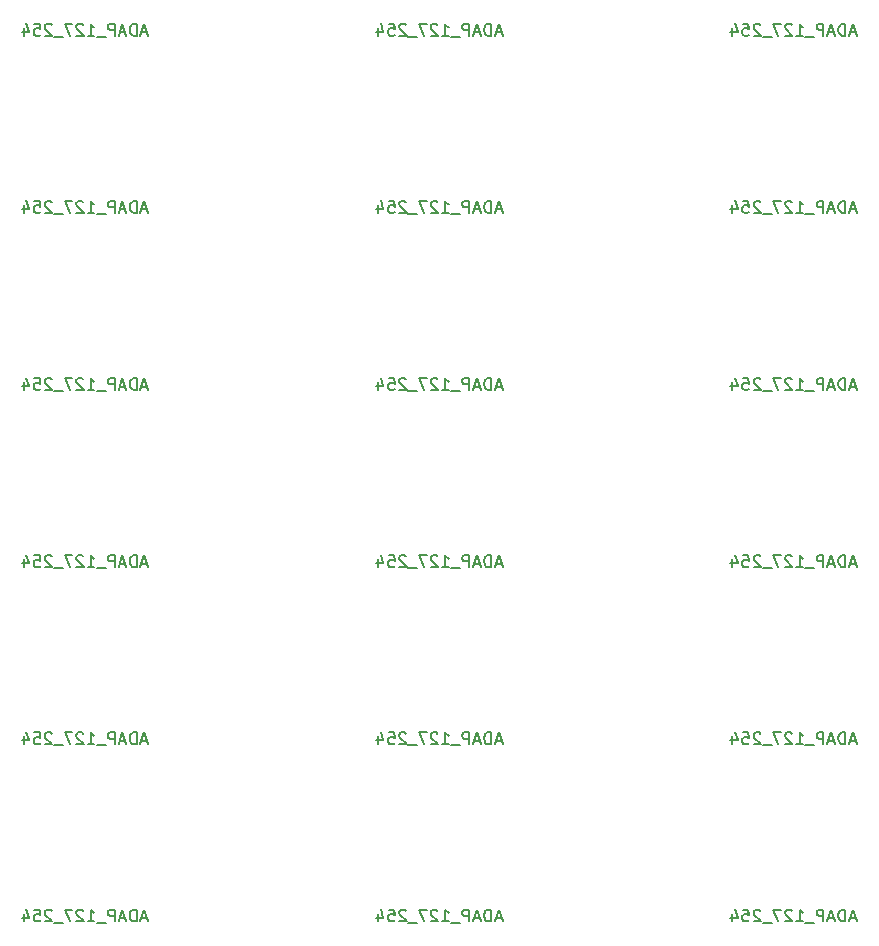
<source format=gbr>
G04 #@! TF.GenerationSoftware,KiCad,Pcbnew,5.1.5-52549c5~86~ubuntu18.04.1*
G04 #@! TF.CreationDate,2020-06-02T01:28:18-05:00*
G04 #@! TF.ProjectId,adap_127_254_panel,61646170-5f31-4323-975f-3235345f7061,rev?*
G04 #@! TF.SameCoordinates,Original*
G04 #@! TF.FileFunction,Legend,Bot*
G04 #@! TF.FilePolarity,Positive*
%FSLAX46Y46*%
G04 Gerber Fmt 4.6, Leading zero omitted, Abs format (unit mm)*
G04 Created by KiCad (PCBNEW 5.1.5-52549c5~86~ubuntu18.04.1) date 2020-06-02 01:28:18*
%MOMM*%
%LPD*%
G04 APERTURE LIST*
%ADD10C,0.150000*%
G04 APERTURE END LIST*
D10*
X144025714Y-136761666D02*
X143549523Y-136761666D01*
X144120952Y-137047380D02*
X143787619Y-136047380D01*
X143454285Y-137047380D01*
X143120952Y-137047380D02*
X143120952Y-136047380D01*
X142882857Y-136047380D01*
X142740000Y-136095000D01*
X142644761Y-136190238D01*
X142597142Y-136285476D01*
X142549523Y-136475952D01*
X142549523Y-136618809D01*
X142597142Y-136809285D01*
X142644761Y-136904523D01*
X142740000Y-136999761D01*
X142882857Y-137047380D01*
X143120952Y-137047380D01*
X142168571Y-136761666D02*
X141692380Y-136761666D01*
X142263809Y-137047380D02*
X141930476Y-136047380D01*
X141597142Y-137047380D01*
X141263809Y-137047380D02*
X141263809Y-136047380D01*
X140882857Y-136047380D01*
X140787619Y-136095000D01*
X140740000Y-136142619D01*
X140692380Y-136237857D01*
X140692380Y-136380714D01*
X140740000Y-136475952D01*
X140787619Y-136523571D01*
X140882857Y-136571190D01*
X141263809Y-136571190D01*
X140501904Y-137142619D02*
X139740000Y-137142619D01*
X138978095Y-137047380D02*
X139549523Y-137047380D01*
X139263809Y-137047380D02*
X139263809Y-136047380D01*
X139359047Y-136190238D01*
X139454285Y-136285476D01*
X139549523Y-136333095D01*
X138597142Y-136142619D02*
X138549523Y-136095000D01*
X138454285Y-136047380D01*
X138216190Y-136047380D01*
X138120952Y-136095000D01*
X138073333Y-136142619D01*
X138025714Y-136237857D01*
X138025714Y-136333095D01*
X138073333Y-136475952D01*
X138644761Y-137047380D01*
X138025714Y-137047380D01*
X137692380Y-136047380D02*
X137025714Y-136047380D01*
X137454285Y-137047380D01*
X136882857Y-137142619D02*
X136120952Y-137142619D01*
X135930476Y-136142619D02*
X135882857Y-136095000D01*
X135787619Y-136047380D01*
X135549523Y-136047380D01*
X135454285Y-136095000D01*
X135406666Y-136142619D01*
X135359047Y-136237857D01*
X135359047Y-136333095D01*
X135406666Y-136475952D01*
X135978095Y-137047380D01*
X135359047Y-137047380D01*
X134454285Y-136047380D02*
X134930476Y-136047380D01*
X134978095Y-136523571D01*
X134930476Y-136475952D01*
X134835238Y-136428333D01*
X134597142Y-136428333D01*
X134501904Y-136475952D01*
X134454285Y-136523571D01*
X134406666Y-136618809D01*
X134406666Y-136856904D01*
X134454285Y-136952142D01*
X134501904Y-136999761D01*
X134597142Y-137047380D01*
X134835238Y-137047380D01*
X134930476Y-136999761D01*
X134978095Y-136952142D01*
X133549523Y-136380714D02*
X133549523Y-137047380D01*
X133787619Y-135999761D02*
X134025714Y-136714047D01*
X133406666Y-136714047D01*
X114025714Y-136761666D02*
X113549523Y-136761666D01*
X114120952Y-137047380D02*
X113787619Y-136047380D01*
X113454285Y-137047380D01*
X113120952Y-137047380D02*
X113120952Y-136047380D01*
X112882857Y-136047380D01*
X112740000Y-136095000D01*
X112644761Y-136190238D01*
X112597142Y-136285476D01*
X112549523Y-136475952D01*
X112549523Y-136618809D01*
X112597142Y-136809285D01*
X112644761Y-136904523D01*
X112740000Y-136999761D01*
X112882857Y-137047380D01*
X113120952Y-137047380D01*
X112168571Y-136761666D02*
X111692380Y-136761666D01*
X112263809Y-137047380D02*
X111930476Y-136047380D01*
X111597142Y-137047380D01*
X111263809Y-137047380D02*
X111263809Y-136047380D01*
X110882857Y-136047380D01*
X110787619Y-136095000D01*
X110740000Y-136142619D01*
X110692380Y-136237857D01*
X110692380Y-136380714D01*
X110740000Y-136475952D01*
X110787619Y-136523571D01*
X110882857Y-136571190D01*
X111263809Y-136571190D01*
X110501904Y-137142619D02*
X109740000Y-137142619D01*
X108978095Y-137047380D02*
X109549523Y-137047380D01*
X109263809Y-137047380D02*
X109263809Y-136047380D01*
X109359047Y-136190238D01*
X109454285Y-136285476D01*
X109549523Y-136333095D01*
X108597142Y-136142619D02*
X108549523Y-136095000D01*
X108454285Y-136047380D01*
X108216190Y-136047380D01*
X108120952Y-136095000D01*
X108073333Y-136142619D01*
X108025714Y-136237857D01*
X108025714Y-136333095D01*
X108073333Y-136475952D01*
X108644761Y-137047380D01*
X108025714Y-137047380D01*
X107692380Y-136047380D02*
X107025714Y-136047380D01*
X107454285Y-137047380D01*
X106882857Y-137142619D02*
X106120952Y-137142619D01*
X105930476Y-136142619D02*
X105882857Y-136095000D01*
X105787619Y-136047380D01*
X105549523Y-136047380D01*
X105454285Y-136095000D01*
X105406666Y-136142619D01*
X105359047Y-136237857D01*
X105359047Y-136333095D01*
X105406666Y-136475952D01*
X105978095Y-137047380D01*
X105359047Y-137047380D01*
X104454285Y-136047380D02*
X104930476Y-136047380D01*
X104978095Y-136523571D01*
X104930476Y-136475952D01*
X104835238Y-136428333D01*
X104597142Y-136428333D01*
X104501904Y-136475952D01*
X104454285Y-136523571D01*
X104406666Y-136618809D01*
X104406666Y-136856904D01*
X104454285Y-136952142D01*
X104501904Y-136999761D01*
X104597142Y-137047380D01*
X104835238Y-137047380D01*
X104930476Y-136999761D01*
X104978095Y-136952142D01*
X103549523Y-136380714D02*
X103549523Y-137047380D01*
X103787619Y-135999761D02*
X104025714Y-136714047D01*
X103406666Y-136714047D01*
X84025714Y-136761666D02*
X83549523Y-136761666D01*
X84120952Y-137047380D02*
X83787619Y-136047380D01*
X83454285Y-137047380D01*
X83120952Y-137047380D02*
X83120952Y-136047380D01*
X82882857Y-136047380D01*
X82740000Y-136095000D01*
X82644761Y-136190238D01*
X82597142Y-136285476D01*
X82549523Y-136475952D01*
X82549523Y-136618809D01*
X82597142Y-136809285D01*
X82644761Y-136904523D01*
X82740000Y-136999761D01*
X82882857Y-137047380D01*
X83120952Y-137047380D01*
X82168571Y-136761666D02*
X81692380Y-136761666D01*
X82263809Y-137047380D02*
X81930476Y-136047380D01*
X81597142Y-137047380D01*
X81263809Y-137047380D02*
X81263809Y-136047380D01*
X80882857Y-136047380D01*
X80787619Y-136095000D01*
X80740000Y-136142619D01*
X80692380Y-136237857D01*
X80692380Y-136380714D01*
X80740000Y-136475952D01*
X80787619Y-136523571D01*
X80882857Y-136571190D01*
X81263809Y-136571190D01*
X80501904Y-137142619D02*
X79740000Y-137142619D01*
X78978095Y-137047380D02*
X79549523Y-137047380D01*
X79263809Y-137047380D02*
X79263809Y-136047380D01*
X79359047Y-136190238D01*
X79454285Y-136285476D01*
X79549523Y-136333095D01*
X78597142Y-136142619D02*
X78549523Y-136095000D01*
X78454285Y-136047380D01*
X78216190Y-136047380D01*
X78120952Y-136095000D01*
X78073333Y-136142619D01*
X78025714Y-136237857D01*
X78025714Y-136333095D01*
X78073333Y-136475952D01*
X78644761Y-137047380D01*
X78025714Y-137047380D01*
X77692380Y-136047380D02*
X77025714Y-136047380D01*
X77454285Y-137047380D01*
X76882857Y-137142619D02*
X76120952Y-137142619D01*
X75930476Y-136142619D02*
X75882857Y-136095000D01*
X75787619Y-136047380D01*
X75549523Y-136047380D01*
X75454285Y-136095000D01*
X75406666Y-136142619D01*
X75359047Y-136237857D01*
X75359047Y-136333095D01*
X75406666Y-136475952D01*
X75978095Y-137047380D01*
X75359047Y-137047380D01*
X74454285Y-136047380D02*
X74930476Y-136047380D01*
X74978095Y-136523571D01*
X74930476Y-136475952D01*
X74835238Y-136428333D01*
X74597142Y-136428333D01*
X74501904Y-136475952D01*
X74454285Y-136523571D01*
X74406666Y-136618809D01*
X74406666Y-136856904D01*
X74454285Y-136952142D01*
X74501904Y-136999761D01*
X74597142Y-137047380D01*
X74835238Y-137047380D01*
X74930476Y-136999761D01*
X74978095Y-136952142D01*
X73549523Y-136380714D02*
X73549523Y-137047380D01*
X73787619Y-135999761D02*
X74025714Y-136714047D01*
X73406666Y-136714047D01*
X144025714Y-121761666D02*
X143549523Y-121761666D01*
X144120952Y-122047380D02*
X143787619Y-121047380D01*
X143454285Y-122047380D01*
X143120952Y-122047380D02*
X143120952Y-121047380D01*
X142882857Y-121047380D01*
X142740000Y-121095000D01*
X142644761Y-121190238D01*
X142597142Y-121285476D01*
X142549523Y-121475952D01*
X142549523Y-121618809D01*
X142597142Y-121809285D01*
X142644761Y-121904523D01*
X142740000Y-121999761D01*
X142882857Y-122047380D01*
X143120952Y-122047380D01*
X142168571Y-121761666D02*
X141692380Y-121761666D01*
X142263809Y-122047380D02*
X141930476Y-121047380D01*
X141597142Y-122047380D01*
X141263809Y-122047380D02*
X141263809Y-121047380D01*
X140882857Y-121047380D01*
X140787619Y-121095000D01*
X140740000Y-121142619D01*
X140692380Y-121237857D01*
X140692380Y-121380714D01*
X140740000Y-121475952D01*
X140787619Y-121523571D01*
X140882857Y-121571190D01*
X141263809Y-121571190D01*
X140501904Y-122142619D02*
X139740000Y-122142619D01*
X138978095Y-122047380D02*
X139549523Y-122047380D01*
X139263809Y-122047380D02*
X139263809Y-121047380D01*
X139359047Y-121190238D01*
X139454285Y-121285476D01*
X139549523Y-121333095D01*
X138597142Y-121142619D02*
X138549523Y-121095000D01*
X138454285Y-121047380D01*
X138216190Y-121047380D01*
X138120952Y-121095000D01*
X138073333Y-121142619D01*
X138025714Y-121237857D01*
X138025714Y-121333095D01*
X138073333Y-121475952D01*
X138644761Y-122047380D01*
X138025714Y-122047380D01*
X137692380Y-121047380D02*
X137025714Y-121047380D01*
X137454285Y-122047380D01*
X136882857Y-122142619D02*
X136120952Y-122142619D01*
X135930476Y-121142619D02*
X135882857Y-121095000D01*
X135787619Y-121047380D01*
X135549523Y-121047380D01*
X135454285Y-121095000D01*
X135406666Y-121142619D01*
X135359047Y-121237857D01*
X135359047Y-121333095D01*
X135406666Y-121475952D01*
X135978095Y-122047380D01*
X135359047Y-122047380D01*
X134454285Y-121047380D02*
X134930476Y-121047380D01*
X134978095Y-121523571D01*
X134930476Y-121475952D01*
X134835238Y-121428333D01*
X134597142Y-121428333D01*
X134501904Y-121475952D01*
X134454285Y-121523571D01*
X134406666Y-121618809D01*
X134406666Y-121856904D01*
X134454285Y-121952142D01*
X134501904Y-121999761D01*
X134597142Y-122047380D01*
X134835238Y-122047380D01*
X134930476Y-121999761D01*
X134978095Y-121952142D01*
X133549523Y-121380714D02*
X133549523Y-122047380D01*
X133787619Y-120999761D02*
X134025714Y-121714047D01*
X133406666Y-121714047D01*
X114025714Y-121761666D02*
X113549523Y-121761666D01*
X114120952Y-122047380D02*
X113787619Y-121047380D01*
X113454285Y-122047380D01*
X113120952Y-122047380D02*
X113120952Y-121047380D01*
X112882857Y-121047380D01*
X112740000Y-121095000D01*
X112644761Y-121190238D01*
X112597142Y-121285476D01*
X112549523Y-121475952D01*
X112549523Y-121618809D01*
X112597142Y-121809285D01*
X112644761Y-121904523D01*
X112740000Y-121999761D01*
X112882857Y-122047380D01*
X113120952Y-122047380D01*
X112168571Y-121761666D02*
X111692380Y-121761666D01*
X112263809Y-122047380D02*
X111930476Y-121047380D01*
X111597142Y-122047380D01*
X111263809Y-122047380D02*
X111263809Y-121047380D01*
X110882857Y-121047380D01*
X110787619Y-121095000D01*
X110740000Y-121142619D01*
X110692380Y-121237857D01*
X110692380Y-121380714D01*
X110740000Y-121475952D01*
X110787619Y-121523571D01*
X110882857Y-121571190D01*
X111263809Y-121571190D01*
X110501904Y-122142619D02*
X109740000Y-122142619D01*
X108978095Y-122047380D02*
X109549523Y-122047380D01*
X109263809Y-122047380D02*
X109263809Y-121047380D01*
X109359047Y-121190238D01*
X109454285Y-121285476D01*
X109549523Y-121333095D01*
X108597142Y-121142619D02*
X108549523Y-121095000D01*
X108454285Y-121047380D01*
X108216190Y-121047380D01*
X108120952Y-121095000D01*
X108073333Y-121142619D01*
X108025714Y-121237857D01*
X108025714Y-121333095D01*
X108073333Y-121475952D01*
X108644761Y-122047380D01*
X108025714Y-122047380D01*
X107692380Y-121047380D02*
X107025714Y-121047380D01*
X107454285Y-122047380D01*
X106882857Y-122142619D02*
X106120952Y-122142619D01*
X105930476Y-121142619D02*
X105882857Y-121095000D01*
X105787619Y-121047380D01*
X105549523Y-121047380D01*
X105454285Y-121095000D01*
X105406666Y-121142619D01*
X105359047Y-121237857D01*
X105359047Y-121333095D01*
X105406666Y-121475952D01*
X105978095Y-122047380D01*
X105359047Y-122047380D01*
X104454285Y-121047380D02*
X104930476Y-121047380D01*
X104978095Y-121523571D01*
X104930476Y-121475952D01*
X104835238Y-121428333D01*
X104597142Y-121428333D01*
X104501904Y-121475952D01*
X104454285Y-121523571D01*
X104406666Y-121618809D01*
X104406666Y-121856904D01*
X104454285Y-121952142D01*
X104501904Y-121999761D01*
X104597142Y-122047380D01*
X104835238Y-122047380D01*
X104930476Y-121999761D01*
X104978095Y-121952142D01*
X103549523Y-121380714D02*
X103549523Y-122047380D01*
X103787619Y-120999761D02*
X104025714Y-121714047D01*
X103406666Y-121714047D01*
X84025714Y-121761666D02*
X83549523Y-121761666D01*
X84120952Y-122047380D02*
X83787619Y-121047380D01*
X83454285Y-122047380D01*
X83120952Y-122047380D02*
X83120952Y-121047380D01*
X82882857Y-121047380D01*
X82740000Y-121095000D01*
X82644761Y-121190238D01*
X82597142Y-121285476D01*
X82549523Y-121475952D01*
X82549523Y-121618809D01*
X82597142Y-121809285D01*
X82644761Y-121904523D01*
X82740000Y-121999761D01*
X82882857Y-122047380D01*
X83120952Y-122047380D01*
X82168571Y-121761666D02*
X81692380Y-121761666D01*
X82263809Y-122047380D02*
X81930476Y-121047380D01*
X81597142Y-122047380D01*
X81263809Y-122047380D02*
X81263809Y-121047380D01*
X80882857Y-121047380D01*
X80787619Y-121095000D01*
X80740000Y-121142619D01*
X80692380Y-121237857D01*
X80692380Y-121380714D01*
X80740000Y-121475952D01*
X80787619Y-121523571D01*
X80882857Y-121571190D01*
X81263809Y-121571190D01*
X80501904Y-122142619D02*
X79740000Y-122142619D01*
X78978095Y-122047380D02*
X79549523Y-122047380D01*
X79263809Y-122047380D02*
X79263809Y-121047380D01*
X79359047Y-121190238D01*
X79454285Y-121285476D01*
X79549523Y-121333095D01*
X78597142Y-121142619D02*
X78549523Y-121095000D01*
X78454285Y-121047380D01*
X78216190Y-121047380D01*
X78120952Y-121095000D01*
X78073333Y-121142619D01*
X78025714Y-121237857D01*
X78025714Y-121333095D01*
X78073333Y-121475952D01*
X78644761Y-122047380D01*
X78025714Y-122047380D01*
X77692380Y-121047380D02*
X77025714Y-121047380D01*
X77454285Y-122047380D01*
X76882857Y-122142619D02*
X76120952Y-122142619D01*
X75930476Y-121142619D02*
X75882857Y-121095000D01*
X75787619Y-121047380D01*
X75549523Y-121047380D01*
X75454285Y-121095000D01*
X75406666Y-121142619D01*
X75359047Y-121237857D01*
X75359047Y-121333095D01*
X75406666Y-121475952D01*
X75978095Y-122047380D01*
X75359047Y-122047380D01*
X74454285Y-121047380D02*
X74930476Y-121047380D01*
X74978095Y-121523571D01*
X74930476Y-121475952D01*
X74835238Y-121428333D01*
X74597142Y-121428333D01*
X74501904Y-121475952D01*
X74454285Y-121523571D01*
X74406666Y-121618809D01*
X74406666Y-121856904D01*
X74454285Y-121952142D01*
X74501904Y-121999761D01*
X74597142Y-122047380D01*
X74835238Y-122047380D01*
X74930476Y-121999761D01*
X74978095Y-121952142D01*
X73549523Y-121380714D02*
X73549523Y-122047380D01*
X73787619Y-120999761D02*
X74025714Y-121714047D01*
X73406666Y-121714047D01*
X144025714Y-106761666D02*
X143549523Y-106761666D01*
X144120952Y-107047380D02*
X143787619Y-106047380D01*
X143454285Y-107047380D01*
X143120952Y-107047380D02*
X143120952Y-106047380D01*
X142882857Y-106047380D01*
X142740000Y-106095000D01*
X142644761Y-106190238D01*
X142597142Y-106285476D01*
X142549523Y-106475952D01*
X142549523Y-106618809D01*
X142597142Y-106809285D01*
X142644761Y-106904523D01*
X142740000Y-106999761D01*
X142882857Y-107047380D01*
X143120952Y-107047380D01*
X142168571Y-106761666D02*
X141692380Y-106761666D01*
X142263809Y-107047380D02*
X141930476Y-106047380D01*
X141597142Y-107047380D01*
X141263809Y-107047380D02*
X141263809Y-106047380D01*
X140882857Y-106047380D01*
X140787619Y-106095000D01*
X140740000Y-106142619D01*
X140692380Y-106237857D01*
X140692380Y-106380714D01*
X140740000Y-106475952D01*
X140787619Y-106523571D01*
X140882857Y-106571190D01*
X141263809Y-106571190D01*
X140501904Y-107142619D02*
X139740000Y-107142619D01*
X138978095Y-107047380D02*
X139549523Y-107047380D01*
X139263809Y-107047380D02*
X139263809Y-106047380D01*
X139359047Y-106190238D01*
X139454285Y-106285476D01*
X139549523Y-106333095D01*
X138597142Y-106142619D02*
X138549523Y-106095000D01*
X138454285Y-106047380D01*
X138216190Y-106047380D01*
X138120952Y-106095000D01*
X138073333Y-106142619D01*
X138025714Y-106237857D01*
X138025714Y-106333095D01*
X138073333Y-106475952D01*
X138644761Y-107047380D01*
X138025714Y-107047380D01*
X137692380Y-106047380D02*
X137025714Y-106047380D01*
X137454285Y-107047380D01*
X136882857Y-107142619D02*
X136120952Y-107142619D01*
X135930476Y-106142619D02*
X135882857Y-106095000D01*
X135787619Y-106047380D01*
X135549523Y-106047380D01*
X135454285Y-106095000D01*
X135406666Y-106142619D01*
X135359047Y-106237857D01*
X135359047Y-106333095D01*
X135406666Y-106475952D01*
X135978095Y-107047380D01*
X135359047Y-107047380D01*
X134454285Y-106047380D02*
X134930476Y-106047380D01*
X134978095Y-106523571D01*
X134930476Y-106475952D01*
X134835238Y-106428333D01*
X134597142Y-106428333D01*
X134501904Y-106475952D01*
X134454285Y-106523571D01*
X134406666Y-106618809D01*
X134406666Y-106856904D01*
X134454285Y-106952142D01*
X134501904Y-106999761D01*
X134597142Y-107047380D01*
X134835238Y-107047380D01*
X134930476Y-106999761D01*
X134978095Y-106952142D01*
X133549523Y-106380714D02*
X133549523Y-107047380D01*
X133787619Y-105999761D02*
X134025714Y-106714047D01*
X133406666Y-106714047D01*
X114025714Y-106761666D02*
X113549523Y-106761666D01*
X114120952Y-107047380D02*
X113787619Y-106047380D01*
X113454285Y-107047380D01*
X113120952Y-107047380D02*
X113120952Y-106047380D01*
X112882857Y-106047380D01*
X112740000Y-106095000D01*
X112644761Y-106190238D01*
X112597142Y-106285476D01*
X112549523Y-106475952D01*
X112549523Y-106618809D01*
X112597142Y-106809285D01*
X112644761Y-106904523D01*
X112740000Y-106999761D01*
X112882857Y-107047380D01*
X113120952Y-107047380D01*
X112168571Y-106761666D02*
X111692380Y-106761666D01*
X112263809Y-107047380D02*
X111930476Y-106047380D01*
X111597142Y-107047380D01*
X111263809Y-107047380D02*
X111263809Y-106047380D01*
X110882857Y-106047380D01*
X110787619Y-106095000D01*
X110740000Y-106142619D01*
X110692380Y-106237857D01*
X110692380Y-106380714D01*
X110740000Y-106475952D01*
X110787619Y-106523571D01*
X110882857Y-106571190D01*
X111263809Y-106571190D01*
X110501904Y-107142619D02*
X109740000Y-107142619D01*
X108978095Y-107047380D02*
X109549523Y-107047380D01*
X109263809Y-107047380D02*
X109263809Y-106047380D01*
X109359047Y-106190238D01*
X109454285Y-106285476D01*
X109549523Y-106333095D01*
X108597142Y-106142619D02*
X108549523Y-106095000D01*
X108454285Y-106047380D01*
X108216190Y-106047380D01*
X108120952Y-106095000D01*
X108073333Y-106142619D01*
X108025714Y-106237857D01*
X108025714Y-106333095D01*
X108073333Y-106475952D01*
X108644761Y-107047380D01*
X108025714Y-107047380D01*
X107692380Y-106047380D02*
X107025714Y-106047380D01*
X107454285Y-107047380D01*
X106882857Y-107142619D02*
X106120952Y-107142619D01*
X105930476Y-106142619D02*
X105882857Y-106095000D01*
X105787619Y-106047380D01*
X105549523Y-106047380D01*
X105454285Y-106095000D01*
X105406666Y-106142619D01*
X105359047Y-106237857D01*
X105359047Y-106333095D01*
X105406666Y-106475952D01*
X105978095Y-107047380D01*
X105359047Y-107047380D01*
X104454285Y-106047380D02*
X104930476Y-106047380D01*
X104978095Y-106523571D01*
X104930476Y-106475952D01*
X104835238Y-106428333D01*
X104597142Y-106428333D01*
X104501904Y-106475952D01*
X104454285Y-106523571D01*
X104406666Y-106618809D01*
X104406666Y-106856904D01*
X104454285Y-106952142D01*
X104501904Y-106999761D01*
X104597142Y-107047380D01*
X104835238Y-107047380D01*
X104930476Y-106999761D01*
X104978095Y-106952142D01*
X103549523Y-106380714D02*
X103549523Y-107047380D01*
X103787619Y-105999761D02*
X104025714Y-106714047D01*
X103406666Y-106714047D01*
X84025714Y-106761666D02*
X83549523Y-106761666D01*
X84120952Y-107047380D02*
X83787619Y-106047380D01*
X83454285Y-107047380D01*
X83120952Y-107047380D02*
X83120952Y-106047380D01*
X82882857Y-106047380D01*
X82740000Y-106095000D01*
X82644761Y-106190238D01*
X82597142Y-106285476D01*
X82549523Y-106475952D01*
X82549523Y-106618809D01*
X82597142Y-106809285D01*
X82644761Y-106904523D01*
X82740000Y-106999761D01*
X82882857Y-107047380D01*
X83120952Y-107047380D01*
X82168571Y-106761666D02*
X81692380Y-106761666D01*
X82263809Y-107047380D02*
X81930476Y-106047380D01*
X81597142Y-107047380D01*
X81263809Y-107047380D02*
X81263809Y-106047380D01*
X80882857Y-106047380D01*
X80787619Y-106095000D01*
X80740000Y-106142619D01*
X80692380Y-106237857D01*
X80692380Y-106380714D01*
X80740000Y-106475952D01*
X80787619Y-106523571D01*
X80882857Y-106571190D01*
X81263809Y-106571190D01*
X80501904Y-107142619D02*
X79740000Y-107142619D01*
X78978095Y-107047380D02*
X79549523Y-107047380D01*
X79263809Y-107047380D02*
X79263809Y-106047380D01*
X79359047Y-106190238D01*
X79454285Y-106285476D01*
X79549523Y-106333095D01*
X78597142Y-106142619D02*
X78549523Y-106095000D01*
X78454285Y-106047380D01*
X78216190Y-106047380D01*
X78120952Y-106095000D01*
X78073333Y-106142619D01*
X78025714Y-106237857D01*
X78025714Y-106333095D01*
X78073333Y-106475952D01*
X78644761Y-107047380D01*
X78025714Y-107047380D01*
X77692380Y-106047380D02*
X77025714Y-106047380D01*
X77454285Y-107047380D01*
X76882857Y-107142619D02*
X76120952Y-107142619D01*
X75930476Y-106142619D02*
X75882857Y-106095000D01*
X75787619Y-106047380D01*
X75549523Y-106047380D01*
X75454285Y-106095000D01*
X75406666Y-106142619D01*
X75359047Y-106237857D01*
X75359047Y-106333095D01*
X75406666Y-106475952D01*
X75978095Y-107047380D01*
X75359047Y-107047380D01*
X74454285Y-106047380D02*
X74930476Y-106047380D01*
X74978095Y-106523571D01*
X74930476Y-106475952D01*
X74835238Y-106428333D01*
X74597142Y-106428333D01*
X74501904Y-106475952D01*
X74454285Y-106523571D01*
X74406666Y-106618809D01*
X74406666Y-106856904D01*
X74454285Y-106952142D01*
X74501904Y-106999761D01*
X74597142Y-107047380D01*
X74835238Y-107047380D01*
X74930476Y-106999761D01*
X74978095Y-106952142D01*
X73549523Y-106380714D02*
X73549523Y-107047380D01*
X73787619Y-105999761D02*
X74025714Y-106714047D01*
X73406666Y-106714047D01*
X144025714Y-91761666D02*
X143549523Y-91761666D01*
X144120952Y-92047380D02*
X143787619Y-91047380D01*
X143454285Y-92047380D01*
X143120952Y-92047380D02*
X143120952Y-91047380D01*
X142882857Y-91047380D01*
X142740000Y-91095000D01*
X142644761Y-91190238D01*
X142597142Y-91285476D01*
X142549523Y-91475952D01*
X142549523Y-91618809D01*
X142597142Y-91809285D01*
X142644761Y-91904523D01*
X142740000Y-91999761D01*
X142882857Y-92047380D01*
X143120952Y-92047380D01*
X142168571Y-91761666D02*
X141692380Y-91761666D01*
X142263809Y-92047380D02*
X141930476Y-91047380D01*
X141597142Y-92047380D01*
X141263809Y-92047380D02*
X141263809Y-91047380D01*
X140882857Y-91047380D01*
X140787619Y-91095000D01*
X140740000Y-91142619D01*
X140692380Y-91237857D01*
X140692380Y-91380714D01*
X140740000Y-91475952D01*
X140787619Y-91523571D01*
X140882857Y-91571190D01*
X141263809Y-91571190D01*
X140501904Y-92142619D02*
X139740000Y-92142619D01*
X138978095Y-92047380D02*
X139549523Y-92047380D01*
X139263809Y-92047380D02*
X139263809Y-91047380D01*
X139359047Y-91190238D01*
X139454285Y-91285476D01*
X139549523Y-91333095D01*
X138597142Y-91142619D02*
X138549523Y-91095000D01*
X138454285Y-91047380D01*
X138216190Y-91047380D01*
X138120952Y-91095000D01*
X138073333Y-91142619D01*
X138025714Y-91237857D01*
X138025714Y-91333095D01*
X138073333Y-91475952D01*
X138644761Y-92047380D01*
X138025714Y-92047380D01*
X137692380Y-91047380D02*
X137025714Y-91047380D01*
X137454285Y-92047380D01*
X136882857Y-92142619D02*
X136120952Y-92142619D01*
X135930476Y-91142619D02*
X135882857Y-91095000D01*
X135787619Y-91047380D01*
X135549523Y-91047380D01*
X135454285Y-91095000D01*
X135406666Y-91142619D01*
X135359047Y-91237857D01*
X135359047Y-91333095D01*
X135406666Y-91475952D01*
X135978095Y-92047380D01*
X135359047Y-92047380D01*
X134454285Y-91047380D02*
X134930476Y-91047380D01*
X134978095Y-91523571D01*
X134930476Y-91475952D01*
X134835238Y-91428333D01*
X134597142Y-91428333D01*
X134501904Y-91475952D01*
X134454285Y-91523571D01*
X134406666Y-91618809D01*
X134406666Y-91856904D01*
X134454285Y-91952142D01*
X134501904Y-91999761D01*
X134597142Y-92047380D01*
X134835238Y-92047380D01*
X134930476Y-91999761D01*
X134978095Y-91952142D01*
X133549523Y-91380714D02*
X133549523Y-92047380D01*
X133787619Y-90999761D02*
X134025714Y-91714047D01*
X133406666Y-91714047D01*
X114025714Y-91761666D02*
X113549523Y-91761666D01*
X114120952Y-92047380D02*
X113787619Y-91047380D01*
X113454285Y-92047380D01*
X113120952Y-92047380D02*
X113120952Y-91047380D01*
X112882857Y-91047380D01*
X112740000Y-91095000D01*
X112644761Y-91190238D01*
X112597142Y-91285476D01*
X112549523Y-91475952D01*
X112549523Y-91618809D01*
X112597142Y-91809285D01*
X112644761Y-91904523D01*
X112740000Y-91999761D01*
X112882857Y-92047380D01*
X113120952Y-92047380D01*
X112168571Y-91761666D02*
X111692380Y-91761666D01*
X112263809Y-92047380D02*
X111930476Y-91047380D01*
X111597142Y-92047380D01*
X111263809Y-92047380D02*
X111263809Y-91047380D01*
X110882857Y-91047380D01*
X110787619Y-91095000D01*
X110740000Y-91142619D01*
X110692380Y-91237857D01*
X110692380Y-91380714D01*
X110740000Y-91475952D01*
X110787619Y-91523571D01*
X110882857Y-91571190D01*
X111263809Y-91571190D01*
X110501904Y-92142619D02*
X109740000Y-92142619D01*
X108978095Y-92047380D02*
X109549523Y-92047380D01*
X109263809Y-92047380D02*
X109263809Y-91047380D01*
X109359047Y-91190238D01*
X109454285Y-91285476D01*
X109549523Y-91333095D01*
X108597142Y-91142619D02*
X108549523Y-91095000D01*
X108454285Y-91047380D01*
X108216190Y-91047380D01*
X108120952Y-91095000D01*
X108073333Y-91142619D01*
X108025714Y-91237857D01*
X108025714Y-91333095D01*
X108073333Y-91475952D01*
X108644761Y-92047380D01*
X108025714Y-92047380D01*
X107692380Y-91047380D02*
X107025714Y-91047380D01*
X107454285Y-92047380D01*
X106882857Y-92142619D02*
X106120952Y-92142619D01*
X105930476Y-91142619D02*
X105882857Y-91095000D01*
X105787619Y-91047380D01*
X105549523Y-91047380D01*
X105454285Y-91095000D01*
X105406666Y-91142619D01*
X105359047Y-91237857D01*
X105359047Y-91333095D01*
X105406666Y-91475952D01*
X105978095Y-92047380D01*
X105359047Y-92047380D01*
X104454285Y-91047380D02*
X104930476Y-91047380D01*
X104978095Y-91523571D01*
X104930476Y-91475952D01*
X104835238Y-91428333D01*
X104597142Y-91428333D01*
X104501904Y-91475952D01*
X104454285Y-91523571D01*
X104406666Y-91618809D01*
X104406666Y-91856904D01*
X104454285Y-91952142D01*
X104501904Y-91999761D01*
X104597142Y-92047380D01*
X104835238Y-92047380D01*
X104930476Y-91999761D01*
X104978095Y-91952142D01*
X103549523Y-91380714D02*
X103549523Y-92047380D01*
X103787619Y-90999761D02*
X104025714Y-91714047D01*
X103406666Y-91714047D01*
X84025714Y-91761666D02*
X83549523Y-91761666D01*
X84120952Y-92047380D02*
X83787619Y-91047380D01*
X83454285Y-92047380D01*
X83120952Y-92047380D02*
X83120952Y-91047380D01*
X82882857Y-91047380D01*
X82740000Y-91095000D01*
X82644761Y-91190238D01*
X82597142Y-91285476D01*
X82549523Y-91475952D01*
X82549523Y-91618809D01*
X82597142Y-91809285D01*
X82644761Y-91904523D01*
X82740000Y-91999761D01*
X82882857Y-92047380D01*
X83120952Y-92047380D01*
X82168571Y-91761666D02*
X81692380Y-91761666D01*
X82263809Y-92047380D02*
X81930476Y-91047380D01*
X81597142Y-92047380D01*
X81263809Y-92047380D02*
X81263809Y-91047380D01*
X80882857Y-91047380D01*
X80787619Y-91095000D01*
X80740000Y-91142619D01*
X80692380Y-91237857D01*
X80692380Y-91380714D01*
X80740000Y-91475952D01*
X80787619Y-91523571D01*
X80882857Y-91571190D01*
X81263809Y-91571190D01*
X80501904Y-92142619D02*
X79740000Y-92142619D01*
X78978095Y-92047380D02*
X79549523Y-92047380D01*
X79263809Y-92047380D02*
X79263809Y-91047380D01*
X79359047Y-91190238D01*
X79454285Y-91285476D01*
X79549523Y-91333095D01*
X78597142Y-91142619D02*
X78549523Y-91095000D01*
X78454285Y-91047380D01*
X78216190Y-91047380D01*
X78120952Y-91095000D01*
X78073333Y-91142619D01*
X78025714Y-91237857D01*
X78025714Y-91333095D01*
X78073333Y-91475952D01*
X78644761Y-92047380D01*
X78025714Y-92047380D01*
X77692380Y-91047380D02*
X77025714Y-91047380D01*
X77454285Y-92047380D01*
X76882857Y-92142619D02*
X76120952Y-92142619D01*
X75930476Y-91142619D02*
X75882857Y-91095000D01*
X75787619Y-91047380D01*
X75549523Y-91047380D01*
X75454285Y-91095000D01*
X75406666Y-91142619D01*
X75359047Y-91237857D01*
X75359047Y-91333095D01*
X75406666Y-91475952D01*
X75978095Y-92047380D01*
X75359047Y-92047380D01*
X74454285Y-91047380D02*
X74930476Y-91047380D01*
X74978095Y-91523571D01*
X74930476Y-91475952D01*
X74835238Y-91428333D01*
X74597142Y-91428333D01*
X74501904Y-91475952D01*
X74454285Y-91523571D01*
X74406666Y-91618809D01*
X74406666Y-91856904D01*
X74454285Y-91952142D01*
X74501904Y-91999761D01*
X74597142Y-92047380D01*
X74835238Y-92047380D01*
X74930476Y-91999761D01*
X74978095Y-91952142D01*
X73549523Y-91380714D02*
X73549523Y-92047380D01*
X73787619Y-90999761D02*
X74025714Y-91714047D01*
X73406666Y-91714047D01*
X144025714Y-76761666D02*
X143549523Y-76761666D01*
X144120952Y-77047380D02*
X143787619Y-76047380D01*
X143454285Y-77047380D01*
X143120952Y-77047380D02*
X143120952Y-76047380D01*
X142882857Y-76047380D01*
X142740000Y-76095000D01*
X142644761Y-76190238D01*
X142597142Y-76285476D01*
X142549523Y-76475952D01*
X142549523Y-76618809D01*
X142597142Y-76809285D01*
X142644761Y-76904523D01*
X142740000Y-76999761D01*
X142882857Y-77047380D01*
X143120952Y-77047380D01*
X142168571Y-76761666D02*
X141692380Y-76761666D01*
X142263809Y-77047380D02*
X141930476Y-76047380D01*
X141597142Y-77047380D01*
X141263809Y-77047380D02*
X141263809Y-76047380D01*
X140882857Y-76047380D01*
X140787619Y-76095000D01*
X140740000Y-76142619D01*
X140692380Y-76237857D01*
X140692380Y-76380714D01*
X140740000Y-76475952D01*
X140787619Y-76523571D01*
X140882857Y-76571190D01*
X141263809Y-76571190D01*
X140501904Y-77142619D02*
X139740000Y-77142619D01*
X138978095Y-77047380D02*
X139549523Y-77047380D01*
X139263809Y-77047380D02*
X139263809Y-76047380D01*
X139359047Y-76190238D01*
X139454285Y-76285476D01*
X139549523Y-76333095D01*
X138597142Y-76142619D02*
X138549523Y-76095000D01*
X138454285Y-76047380D01*
X138216190Y-76047380D01*
X138120952Y-76095000D01*
X138073333Y-76142619D01*
X138025714Y-76237857D01*
X138025714Y-76333095D01*
X138073333Y-76475952D01*
X138644761Y-77047380D01*
X138025714Y-77047380D01*
X137692380Y-76047380D02*
X137025714Y-76047380D01*
X137454285Y-77047380D01*
X136882857Y-77142619D02*
X136120952Y-77142619D01*
X135930476Y-76142619D02*
X135882857Y-76095000D01*
X135787619Y-76047380D01*
X135549523Y-76047380D01*
X135454285Y-76095000D01*
X135406666Y-76142619D01*
X135359047Y-76237857D01*
X135359047Y-76333095D01*
X135406666Y-76475952D01*
X135978095Y-77047380D01*
X135359047Y-77047380D01*
X134454285Y-76047380D02*
X134930476Y-76047380D01*
X134978095Y-76523571D01*
X134930476Y-76475952D01*
X134835238Y-76428333D01*
X134597142Y-76428333D01*
X134501904Y-76475952D01*
X134454285Y-76523571D01*
X134406666Y-76618809D01*
X134406666Y-76856904D01*
X134454285Y-76952142D01*
X134501904Y-76999761D01*
X134597142Y-77047380D01*
X134835238Y-77047380D01*
X134930476Y-76999761D01*
X134978095Y-76952142D01*
X133549523Y-76380714D02*
X133549523Y-77047380D01*
X133787619Y-75999761D02*
X134025714Y-76714047D01*
X133406666Y-76714047D01*
X114025714Y-76761666D02*
X113549523Y-76761666D01*
X114120952Y-77047380D02*
X113787619Y-76047380D01*
X113454285Y-77047380D01*
X113120952Y-77047380D02*
X113120952Y-76047380D01*
X112882857Y-76047380D01*
X112740000Y-76095000D01*
X112644761Y-76190238D01*
X112597142Y-76285476D01*
X112549523Y-76475952D01*
X112549523Y-76618809D01*
X112597142Y-76809285D01*
X112644761Y-76904523D01*
X112740000Y-76999761D01*
X112882857Y-77047380D01*
X113120952Y-77047380D01*
X112168571Y-76761666D02*
X111692380Y-76761666D01*
X112263809Y-77047380D02*
X111930476Y-76047380D01*
X111597142Y-77047380D01*
X111263809Y-77047380D02*
X111263809Y-76047380D01*
X110882857Y-76047380D01*
X110787619Y-76095000D01*
X110740000Y-76142619D01*
X110692380Y-76237857D01*
X110692380Y-76380714D01*
X110740000Y-76475952D01*
X110787619Y-76523571D01*
X110882857Y-76571190D01*
X111263809Y-76571190D01*
X110501904Y-77142619D02*
X109740000Y-77142619D01*
X108978095Y-77047380D02*
X109549523Y-77047380D01*
X109263809Y-77047380D02*
X109263809Y-76047380D01*
X109359047Y-76190238D01*
X109454285Y-76285476D01*
X109549523Y-76333095D01*
X108597142Y-76142619D02*
X108549523Y-76095000D01*
X108454285Y-76047380D01*
X108216190Y-76047380D01*
X108120952Y-76095000D01*
X108073333Y-76142619D01*
X108025714Y-76237857D01*
X108025714Y-76333095D01*
X108073333Y-76475952D01*
X108644761Y-77047380D01*
X108025714Y-77047380D01*
X107692380Y-76047380D02*
X107025714Y-76047380D01*
X107454285Y-77047380D01*
X106882857Y-77142619D02*
X106120952Y-77142619D01*
X105930476Y-76142619D02*
X105882857Y-76095000D01*
X105787619Y-76047380D01*
X105549523Y-76047380D01*
X105454285Y-76095000D01*
X105406666Y-76142619D01*
X105359047Y-76237857D01*
X105359047Y-76333095D01*
X105406666Y-76475952D01*
X105978095Y-77047380D01*
X105359047Y-77047380D01*
X104454285Y-76047380D02*
X104930476Y-76047380D01*
X104978095Y-76523571D01*
X104930476Y-76475952D01*
X104835238Y-76428333D01*
X104597142Y-76428333D01*
X104501904Y-76475952D01*
X104454285Y-76523571D01*
X104406666Y-76618809D01*
X104406666Y-76856904D01*
X104454285Y-76952142D01*
X104501904Y-76999761D01*
X104597142Y-77047380D01*
X104835238Y-77047380D01*
X104930476Y-76999761D01*
X104978095Y-76952142D01*
X103549523Y-76380714D02*
X103549523Y-77047380D01*
X103787619Y-75999761D02*
X104025714Y-76714047D01*
X103406666Y-76714047D01*
X84025714Y-76761666D02*
X83549523Y-76761666D01*
X84120952Y-77047380D02*
X83787619Y-76047380D01*
X83454285Y-77047380D01*
X83120952Y-77047380D02*
X83120952Y-76047380D01*
X82882857Y-76047380D01*
X82740000Y-76095000D01*
X82644761Y-76190238D01*
X82597142Y-76285476D01*
X82549523Y-76475952D01*
X82549523Y-76618809D01*
X82597142Y-76809285D01*
X82644761Y-76904523D01*
X82740000Y-76999761D01*
X82882857Y-77047380D01*
X83120952Y-77047380D01*
X82168571Y-76761666D02*
X81692380Y-76761666D01*
X82263809Y-77047380D02*
X81930476Y-76047380D01*
X81597142Y-77047380D01*
X81263809Y-77047380D02*
X81263809Y-76047380D01*
X80882857Y-76047380D01*
X80787619Y-76095000D01*
X80740000Y-76142619D01*
X80692380Y-76237857D01*
X80692380Y-76380714D01*
X80740000Y-76475952D01*
X80787619Y-76523571D01*
X80882857Y-76571190D01*
X81263809Y-76571190D01*
X80501904Y-77142619D02*
X79740000Y-77142619D01*
X78978095Y-77047380D02*
X79549523Y-77047380D01*
X79263809Y-77047380D02*
X79263809Y-76047380D01*
X79359047Y-76190238D01*
X79454285Y-76285476D01*
X79549523Y-76333095D01*
X78597142Y-76142619D02*
X78549523Y-76095000D01*
X78454285Y-76047380D01*
X78216190Y-76047380D01*
X78120952Y-76095000D01*
X78073333Y-76142619D01*
X78025714Y-76237857D01*
X78025714Y-76333095D01*
X78073333Y-76475952D01*
X78644761Y-77047380D01*
X78025714Y-77047380D01*
X77692380Y-76047380D02*
X77025714Y-76047380D01*
X77454285Y-77047380D01*
X76882857Y-77142619D02*
X76120952Y-77142619D01*
X75930476Y-76142619D02*
X75882857Y-76095000D01*
X75787619Y-76047380D01*
X75549523Y-76047380D01*
X75454285Y-76095000D01*
X75406666Y-76142619D01*
X75359047Y-76237857D01*
X75359047Y-76333095D01*
X75406666Y-76475952D01*
X75978095Y-77047380D01*
X75359047Y-77047380D01*
X74454285Y-76047380D02*
X74930476Y-76047380D01*
X74978095Y-76523571D01*
X74930476Y-76475952D01*
X74835238Y-76428333D01*
X74597142Y-76428333D01*
X74501904Y-76475952D01*
X74454285Y-76523571D01*
X74406666Y-76618809D01*
X74406666Y-76856904D01*
X74454285Y-76952142D01*
X74501904Y-76999761D01*
X74597142Y-77047380D01*
X74835238Y-77047380D01*
X74930476Y-76999761D01*
X74978095Y-76952142D01*
X73549523Y-76380714D02*
X73549523Y-77047380D01*
X73787619Y-75999761D02*
X74025714Y-76714047D01*
X73406666Y-76714047D01*
X144025714Y-61761666D02*
X143549523Y-61761666D01*
X144120952Y-62047380D02*
X143787619Y-61047380D01*
X143454285Y-62047380D01*
X143120952Y-62047380D02*
X143120952Y-61047380D01*
X142882857Y-61047380D01*
X142740000Y-61095000D01*
X142644761Y-61190238D01*
X142597142Y-61285476D01*
X142549523Y-61475952D01*
X142549523Y-61618809D01*
X142597142Y-61809285D01*
X142644761Y-61904523D01*
X142740000Y-61999761D01*
X142882857Y-62047380D01*
X143120952Y-62047380D01*
X142168571Y-61761666D02*
X141692380Y-61761666D01*
X142263809Y-62047380D02*
X141930476Y-61047380D01*
X141597142Y-62047380D01*
X141263809Y-62047380D02*
X141263809Y-61047380D01*
X140882857Y-61047380D01*
X140787619Y-61095000D01*
X140740000Y-61142619D01*
X140692380Y-61237857D01*
X140692380Y-61380714D01*
X140740000Y-61475952D01*
X140787619Y-61523571D01*
X140882857Y-61571190D01*
X141263809Y-61571190D01*
X140501904Y-62142619D02*
X139740000Y-62142619D01*
X138978095Y-62047380D02*
X139549523Y-62047380D01*
X139263809Y-62047380D02*
X139263809Y-61047380D01*
X139359047Y-61190238D01*
X139454285Y-61285476D01*
X139549523Y-61333095D01*
X138597142Y-61142619D02*
X138549523Y-61095000D01*
X138454285Y-61047380D01*
X138216190Y-61047380D01*
X138120952Y-61095000D01*
X138073333Y-61142619D01*
X138025714Y-61237857D01*
X138025714Y-61333095D01*
X138073333Y-61475952D01*
X138644761Y-62047380D01*
X138025714Y-62047380D01*
X137692380Y-61047380D02*
X137025714Y-61047380D01*
X137454285Y-62047380D01*
X136882857Y-62142619D02*
X136120952Y-62142619D01*
X135930476Y-61142619D02*
X135882857Y-61095000D01*
X135787619Y-61047380D01*
X135549523Y-61047380D01*
X135454285Y-61095000D01*
X135406666Y-61142619D01*
X135359047Y-61237857D01*
X135359047Y-61333095D01*
X135406666Y-61475952D01*
X135978095Y-62047380D01*
X135359047Y-62047380D01*
X134454285Y-61047380D02*
X134930476Y-61047380D01*
X134978095Y-61523571D01*
X134930476Y-61475952D01*
X134835238Y-61428333D01*
X134597142Y-61428333D01*
X134501904Y-61475952D01*
X134454285Y-61523571D01*
X134406666Y-61618809D01*
X134406666Y-61856904D01*
X134454285Y-61952142D01*
X134501904Y-61999761D01*
X134597142Y-62047380D01*
X134835238Y-62047380D01*
X134930476Y-61999761D01*
X134978095Y-61952142D01*
X133549523Y-61380714D02*
X133549523Y-62047380D01*
X133787619Y-60999761D02*
X134025714Y-61714047D01*
X133406666Y-61714047D01*
X114025714Y-61761666D02*
X113549523Y-61761666D01*
X114120952Y-62047380D02*
X113787619Y-61047380D01*
X113454285Y-62047380D01*
X113120952Y-62047380D02*
X113120952Y-61047380D01*
X112882857Y-61047380D01*
X112740000Y-61095000D01*
X112644761Y-61190238D01*
X112597142Y-61285476D01*
X112549523Y-61475952D01*
X112549523Y-61618809D01*
X112597142Y-61809285D01*
X112644761Y-61904523D01*
X112740000Y-61999761D01*
X112882857Y-62047380D01*
X113120952Y-62047380D01*
X112168571Y-61761666D02*
X111692380Y-61761666D01*
X112263809Y-62047380D02*
X111930476Y-61047380D01*
X111597142Y-62047380D01*
X111263809Y-62047380D02*
X111263809Y-61047380D01*
X110882857Y-61047380D01*
X110787619Y-61095000D01*
X110740000Y-61142619D01*
X110692380Y-61237857D01*
X110692380Y-61380714D01*
X110740000Y-61475952D01*
X110787619Y-61523571D01*
X110882857Y-61571190D01*
X111263809Y-61571190D01*
X110501904Y-62142619D02*
X109740000Y-62142619D01*
X108978095Y-62047380D02*
X109549523Y-62047380D01*
X109263809Y-62047380D02*
X109263809Y-61047380D01*
X109359047Y-61190238D01*
X109454285Y-61285476D01*
X109549523Y-61333095D01*
X108597142Y-61142619D02*
X108549523Y-61095000D01*
X108454285Y-61047380D01*
X108216190Y-61047380D01*
X108120952Y-61095000D01*
X108073333Y-61142619D01*
X108025714Y-61237857D01*
X108025714Y-61333095D01*
X108073333Y-61475952D01*
X108644761Y-62047380D01*
X108025714Y-62047380D01*
X107692380Y-61047380D02*
X107025714Y-61047380D01*
X107454285Y-62047380D01*
X106882857Y-62142619D02*
X106120952Y-62142619D01*
X105930476Y-61142619D02*
X105882857Y-61095000D01*
X105787619Y-61047380D01*
X105549523Y-61047380D01*
X105454285Y-61095000D01*
X105406666Y-61142619D01*
X105359047Y-61237857D01*
X105359047Y-61333095D01*
X105406666Y-61475952D01*
X105978095Y-62047380D01*
X105359047Y-62047380D01*
X104454285Y-61047380D02*
X104930476Y-61047380D01*
X104978095Y-61523571D01*
X104930476Y-61475952D01*
X104835238Y-61428333D01*
X104597142Y-61428333D01*
X104501904Y-61475952D01*
X104454285Y-61523571D01*
X104406666Y-61618809D01*
X104406666Y-61856904D01*
X104454285Y-61952142D01*
X104501904Y-61999761D01*
X104597142Y-62047380D01*
X104835238Y-62047380D01*
X104930476Y-61999761D01*
X104978095Y-61952142D01*
X103549523Y-61380714D02*
X103549523Y-62047380D01*
X103787619Y-60999761D02*
X104025714Y-61714047D01*
X103406666Y-61714047D01*
X84025714Y-61761666D02*
X83549523Y-61761666D01*
X84120952Y-62047380D02*
X83787619Y-61047380D01*
X83454285Y-62047380D01*
X83120952Y-62047380D02*
X83120952Y-61047380D01*
X82882857Y-61047380D01*
X82740000Y-61095000D01*
X82644761Y-61190238D01*
X82597142Y-61285476D01*
X82549523Y-61475952D01*
X82549523Y-61618809D01*
X82597142Y-61809285D01*
X82644761Y-61904523D01*
X82740000Y-61999761D01*
X82882857Y-62047380D01*
X83120952Y-62047380D01*
X82168571Y-61761666D02*
X81692380Y-61761666D01*
X82263809Y-62047380D02*
X81930476Y-61047380D01*
X81597142Y-62047380D01*
X81263809Y-62047380D02*
X81263809Y-61047380D01*
X80882857Y-61047380D01*
X80787619Y-61095000D01*
X80740000Y-61142619D01*
X80692380Y-61237857D01*
X80692380Y-61380714D01*
X80740000Y-61475952D01*
X80787619Y-61523571D01*
X80882857Y-61571190D01*
X81263809Y-61571190D01*
X80501904Y-62142619D02*
X79740000Y-62142619D01*
X78978095Y-62047380D02*
X79549523Y-62047380D01*
X79263809Y-62047380D02*
X79263809Y-61047380D01*
X79359047Y-61190238D01*
X79454285Y-61285476D01*
X79549523Y-61333095D01*
X78597142Y-61142619D02*
X78549523Y-61095000D01*
X78454285Y-61047380D01*
X78216190Y-61047380D01*
X78120952Y-61095000D01*
X78073333Y-61142619D01*
X78025714Y-61237857D01*
X78025714Y-61333095D01*
X78073333Y-61475952D01*
X78644761Y-62047380D01*
X78025714Y-62047380D01*
X77692380Y-61047380D02*
X77025714Y-61047380D01*
X77454285Y-62047380D01*
X76882857Y-62142619D02*
X76120952Y-62142619D01*
X75930476Y-61142619D02*
X75882857Y-61095000D01*
X75787619Y-61047380D01*
X75549523Y-61047380D01*
X75454285Y-61095000D01*
X75406666Y-61142619D01*
X75359047Y-61237857D01*
X75359047Y-61333095D01*
X75406666Y-61475952D01*
X75978095Y-62047380D01*
X75359047Y-62047380D01*
X74454285Y-61047380D02*
X74930476Y-61047380D01*
X74978095Y-61523571D01*
X74930476Y-61475952D01*
X74835238Y-61428333D01*
X74597142Y-61428333D01*
X74501904Y-61475952D01*
X74454285Y-61523571D01*
X74406666Y-61618809D01*
X74406666Y-61856904D01*
X74454285Y-61952142D01*
X74501904Y-61999761D01*
X74597142Y-62047380D01*
X74835238Y-62047380D01*
X74930476Y-61999761D01*
X74978095Y-61952142D01*
X73549523Y-61380714D02*
X73549523Y-62047380D01*
X73787619Y-60999761D02*
X74025714Y-61714047D01*
X73406666Y-61714047D01*
M02*

</source>
